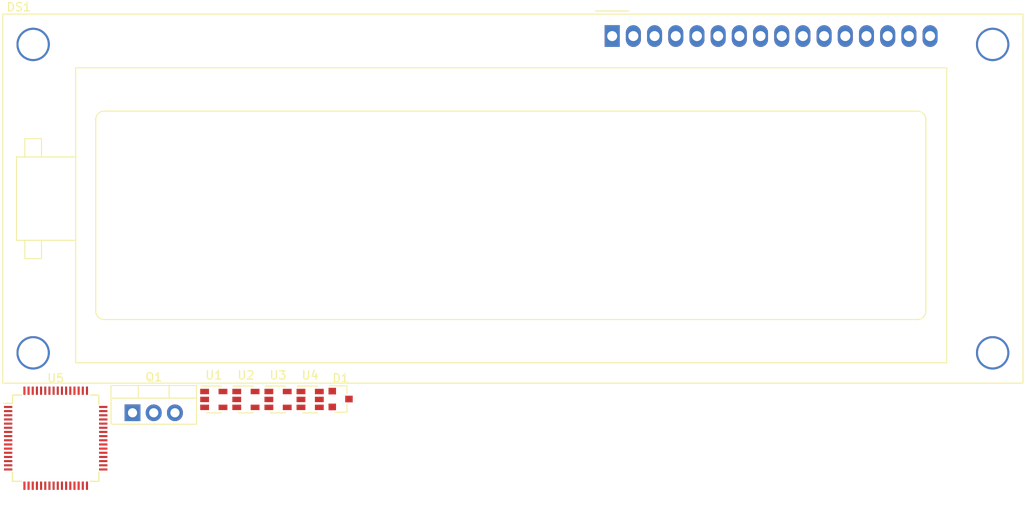
<source format=kicad_pcb>
(kicad_pcb (version 20171130) (host pcbnew 5.0.0-fee4fd1~66~ubuntu16.04.1)

  (general
    (thickness 1.6)
    (drawings 0)
    (tracks 0)
    (zones 0)
    (modules 8)
    (nets 7)
  )

  (page A4)
  (layers
    (0 F.Cu signal)
    (31 B.Cu signal)
    (32 B.Adhes user)
    (33 F.Adhes user)
    (34 B.Paste user)
    (35 F.Paste user)
    (36 B.SilkS user)
    (37 F.SilkS user)
    (38 B.Mask user)
    (39 F.Mask user)
    (40 Dwgs.User user)
    (41 Cmts.User user)
    (42 Eco1.User user)
    (43 Eco2.User user)
    (44 Edge.Cuts user)
    (45 Margin user)
    (46 B.CrtYd user)
    (47 F.CrtYd user)
    (48 B.Fab user)
    (49 F.Fab user)
  )

  (setup
    (last_trace_width 0.25)
    (trace_clearance 0.2)
    (zone_clearance 0.508)
    (zone_45_only no)
    (trace_min 0.2)
    (segment_width 0.2)
    (edge_width 0.15)
    (via_size 0.8)
    (via_drill 0.4)
    (via_min_size 0.4)
    (via_min_drill 0.3)
    (uvia_size 0.3)
    (uvia_drill 0.1)
    (uvias_allowed no)
    (uvia_min_size 0.2)
    (uvia_min_drill 0.1)
    (pcb_text_width 0.3)
    (pcb_text_size 1.5 1.5)
    (mod_edge_width 0.15)
    (mod_text_size 1 1)
    (mod_text_width 0.15)
    (pad_size 1.524 1.524)
    (pad_drill 0.762)
    (pad_to_mask_clearance 0.2)
    (aux_axis_origin 0 0)
    (visible_elements FFFFFF7F)
    (pcbplotparams
      (layerselection 0x010fc_ffffffff)
      (usegerberextensions false)
      (usegerberattributes false)
      (usegerberadvancedattributes false)
      (creategerberjobfile false)
      (excludeedgelayer true)
      (linewidth 0.100000)
      (plotframeref false)
      (viasonmask false)
      (mode 1)
      (useauxorigin false)
      (hpglpennumber 1)
      (hpglpenspeed 20)
      (hpglpendiameter 15.000000)
      (psnegative false)
      (psa4output false)
      (plotreference true)
      (plotvalue true)
      (plotinvisibletext false)
      (padsonsilk false)
      (subtractmaskfromsilk false)
      (outputformat 1)
      (mirror false)
      (drillshape 1)
      (scaleselection 1)
      (outputdirectory ""))
  )

  (net 0 "")
  (net 1 GND)
  (net 2 +3V3)
  (net 3 "Net-(D1-Pad3)")
  (net 4 NMOS_GATE)
  (net 5 "Net-(R13-Pad2)")
  (net 6 V_MEAS)

  (net_class Default "This is the default net class."
    (clearance 0.2)
    (trace_width 0.25)
    (via_dia 0.8)
    (via_drill 0.4)
    (uvia_dia 0.3)
    (uvia_drill 0.1)
    (add_net +3V3)
    (add_net GND)
    (add_net NMOS_GATE)
    (add_net "Net-(D1-Pad3)")
    (add_net "Net-(R13-Pad2)")
    (add_net V_MEAS)
  )

  (module Package_TO_SOT_SMD:SOT-23 (layer F.Cu) (tedit 5A02FF57) (tstamp 5B8EC9BF)
    (at 152.025001 125.305001)
    (descr "SOT-23, Standard")
    (tags SOT-23)
    (path /5B8D9DB8)
    (attr smd)
    (fp_text reference D1 (at 0 -2.5) (layer F.SilkS)
      (effects (font (size 1 1) (thickness 0.15)))
    )
    (fp_text value BAT54S (at 0 2.5) (layer F.Fab)
      (effects (font (size 1 1) (thickness 0.15)))
    )
    (fp_text user %R (at 0 0 90) (layer F.Fab)
      (effects (font (size 0.5 0.5) (thickness 0.075)))
    )
    (fp_line (start -0.7 -0.95) (end -0.7 1.5) (layer F.Fab) (width 0.1))
    (fp_line (start -0.15 -1.52) (end 0.7 -1.52) (layer F.Fab) (width 0.1))
    (fp_line (start -0.7 -0.95) (end -0.15 -1.52) (layer F.Fab) (width 0.1))
    (fp_line (start 0.7 -1.52) (end 0.7 1.52) (layer F.Fab) (width 0.1))
    (fp_line (start -0.7 1.52) (end 0.7 1.52) (layer F.Fab) (width 0.1))
    (fp_line (start 0.76 1.58) (end 0.76 0.65) (layer F.SilkS) (width 0.12))
    (fp_line (start 0.76 -1.58) (end 0.76 -0.65) (layer F.SilkS) (width 0.12))
    (fp_line (start -1.7 -1.75) (end 1.7 -1.75) (layer F.CrtYd) (width 0.05))
    (fp_line (start 1.7 -1.75) (end 1.7 1.75) (layer F.CrtYd) (width 0.05))
    (fp_line (start 1.7 1.75) (end -1.7 1.75) (layer F.CrtYd) (width 0.05))
    (fp_line (start -1.7 1.75) (end -1.7 -1.75) (layer F.CrtYd) (width 0.05))
    (fp_line (start 0.76 -1.58) (end -1.4 -1.58) (layer F.SilkS) (width 0.12))
    (fp_line (start 0.76 1.58) (end -0.7 1.58) (layer F.SilkS) (width 0.12))
    (pad 1 smd rect (at -1 -0.95) (size 0.9 0.8) (layers F.Cu F.Paste F.Mask)
      (net 1 GND))
    (pad 2 smd rect (at -1 0.95) (size 0.9 0.8) (layers F.Cu F.Paste F.Mask)
      (net 2 +3V3))
    (pad 3 smd rect (at 1 0) (size 0.9 0.8) (layers F.Cu F.Paste F.Mask)
      (net 3 "Net-(D1-Pad3)"))
    (model ${KISYS3DMOD}/Package_TO_SOT_SMD.3dshapes/SOT-23.wrl
      (at (xyz 0 0 0))
      (scale (xyz 1 1 1))
      (rotate (xyz 0 0 0))
    )
  )

  (module Display:HY1602E (layer F.Cu) (tedit 5A02FE80) (tstamp 5B8EC9FD)
    (at 184.575001 81.760001)
    (descr http://www.icbank.com/data/ICBShop/board/HY1602E.pdf)
    (tags "LCD 16x2 Alphanumeric 16pin")
    (path /5B89DADF)
    (fp_text reference DS1 (at -71.12 -3.48) (layer F.SilkS)
      (effects (font (size 1 1) (thickness 0.15)))
    )
    (fp_text value HY1602E (at -69.94 42.6) (layer F.Fab)
      (effects (font (size 1 1) (thickness 0.15)))
    )
    (fp_line (start 49.24 41.64) (end -73.04 41.64) (layer F.SilkS) (width 0.12))
    (fp_line (start 49.24 -2.64) (end 49.24 41.64) (layer F.SilkS) (width 0.12))
    (fp_line (start -73.04 -2.64) (end -73.04 41.64) (layer F.SilkS) (width 0.12))
    (fp_line (start -73.04 -2.64) (end 49.24 -2.64) (layer F.SilkS) (width 0.12))
    (fp_line (start -2 -3) (end 2 -3) (layer F.SilkS) (width 0.12))
    (fp_line (start 1 -2.5) (end 0 -1.5) (layer F.Fab) (width 0.1))
    (fp_line (start 0 -1.5) (end -1 -2.5) (layer F.Fab) (width 0.1))
    (fp_line (start -1 -2.5) (end -72.9 -2.5) (layer F.Fab) (width 0.1))
    (fp_line (start -73.15 41.75) (end 49.35 41.75) (layer F.CrtYd) (width 0.05))
    (fp_line (start 49.35 -2.75) (end 49.35 41.75) (layer F.CrtYd) (width 0.05))
    (fp_line (start -73.15 -2.75) (end -73.15 41.75) (layer F.CrtYd) (width 0.05))
    (fp_line (start -73.15 -2.75) (end 49.35 -2.75) (layer F.CrtYd) (width 0.05))
    (fp_text user %R (at -14.01 19.96) (layer F.Fab)
      (effects (font (size 1 1) (thickness 0.15)))
    )
    (fp_line (start -68.4 24.5) (end -68.4 26.7) (layer F.SilkS) (width 0.12))
    (fp_line (start -68.4 26.7) (end -70.4 26.7) (layer F.SilkS) (width 0.12))
    (fp_line (start -70.4 26.7) (end -70.4 24.5) (layer F.SilkS) (width 0.12))
    (fp_line (start -68.4 14.5) (end -68.4 12.3) (layer F.SilkS) (width 0.12))
    (fp_line (start -68.4 12.3) (end -70.4 12.3) (layer F.SilkS) (width 0.12))
    (fp_line (start -70.4 12.3) (end -70.4 14.5) (layer F.SilkS) (width 0.12))
    (fp_line (start -64.3 24.5) (end -71.4 24.5) (layer F.SilkS) (width 0.12))
    (fp_line (start -71.4 24.5) (end -71.4 14.5) (layer F.SilkS) (width 0.12))
    (fp_line (start -71.4 14.5) (end -64.3 14.5) (layer F.SilkS) (width 0.12))
    (fp_line (start 36.6 34) (end -60.9 34) (layer F.SilkS) (width 0.12))
    (fp_line (start 37.6 10) (end 37.6 33) (layer F.SilkS) (width 0.12))
    (fp_line (start -60.9 9) (end 36.6 9) (layer F.SilkS) (width 0.12))
    (fp_line (start -61.9 33) (end -61.9 10) (layer F.SilkS) (width 0.12))
    (fp_arc (start 36.6 33) (end 37.6 33) (angle 90) (layer F.SilkS) (width 0.12))
    (fp_arc (start 36.6 10) (end 36.6 9) (angle 90) (layer F.SilkS) (width 0.12))
    (fp_arc (start -60.9 10) (end -61.9 10) (angle 90) (layer F.SilkS) (width 0.12))
    (fp_arc (start -60.9 33) (end -60.9 34) (angle 90) (layer F.SilkS) (width 0.12))
    (fp_line (start 40.1 39.2) (end -64.3 39.2) (layer F.SilkS) (width 0.12))
    (fp_line (start -64.3 39.2) (end -64.3 3.8) (layer F.SilkS) (width 0.12))
    (fp_line (start -64.3 3.8) (end 40.1 3.8) (layer F.SilkS) (width 0.12))
    (fp_line (start 40.1 3.8) (end 40.1 39.2) (layer F.SilkS) (width 0.12))
    (fp_line (start 49.1 -2.5) (end 1 -2.5) (layer F.Fab) (width 0.1))
    (fp_line (start -72.9 -2.5) (end -72.9 41.5) (layer F.Fab) (width 0.1))
    (fp_line (start -72.9 41.5) (end 49.1 41.5) (layer F.Fab) (width 0.1))
    (fp_line (start 49.1 41.5) (end 49.1 -2.5) (layer F.Fab) (width 0.1))
    (pad 1 thru_hole rect (at 0 0 180) (size 1.8 2.6) (drill 1.2) (layers *.Cu *.Mask))
    (pad 2 thru_hole oval (at 2.54 0 180) (size 1.8 2.6) (drill 1.2) (layers *.Cu *.Mask))
    (pad 3 thru_hole oval (at 5.08 0 180) (size 1.8 2.6) (drill 1.2) (layers *.Cu *.Mask))
    (pad 4 thru_hole oval (at 7.62 0 180) (size 1.8 2.6) (drill 1.2) (layers *.Cu *.Mask))
    (pad 5 thru_hole oval (at 10.16 0 180) (size 1.8 2.6) (drill 1.2) (layers *.Cu *.Mask))
    (pad 6 thru_hole oval (at 12.7 0 180) (size 1.8 2.6) (drill 1.2) (layers *.Cu *.Mask))
    (pad 7 thru_hole oval (at 15.24 0 180) (size 1.8 2.6) (drill 1.2) (layers *.Cu *.Mask))
    (pad 8 thru_hole oval (at 17.78 0 180) (size 1.8 2.6) (drill 1.2) (layers *.Cu *.Mask))
    (pad 9 thru_hole oval (at 20.32 0 180) (size 1.8 2.6) (drill 1.2) (layers *.Cu *.Mask))
    (pad 10 thru_hole oval (at 22.86 0 180) (size 1.8 2.6) (drill 1.2) (layers *.Cu *.Mask))
    (pad 11 thru_hole oval (at 25.4 0 180) (size 1.8 2.6) (drill 1.2) (layers *.Cu *.Mask))
    (pad 12 thru_hole oval (at 27.94 0 180) (size 1.8 2.6) (drill 1.2) (layers *.Cu *.Mask))
    (pad 13 thru_hole oval (at 30.48 0 180) (size 1.8 2.6) (drill 1.2) (layers *.Cu *.Mask))
    (pad 14 thru_hole oval (at 33.02 0 180) (size 1.8 2.6) (drill 1.2) (layers *.Cu *.Mask))
    (pad 15 thru_hole oval (at 35.56 0 180) (size 1.8 2.6) (drill 1.2) (layers *.Cu *.Mask))
    (pad 16 thru_hole oval (at 38.1 0 180) (size 1.8 2.6) (drill 1.2) (layers *.Cu *.Mask))
    (pad "" thru_hole circle (at 45.60062 38.00094 180) (size 4 4) (drill 3.5) (layers *.Cu *.Mask))
    (pad "" thru_hole circle (at 45.60062 1.00076 180) (size 4 4) (drill 3.5) (layers *.Cu *.Mask))
    (pad "" thru_hole circle (at -69.40042 38.00094 180) (size 4 4) (drill 3.5) (layers *.Cu *.Mask))
    (pad "" thru_hole circle (at -69.40042 1.00076 180) (size 4 4) (drill 3.5) (layers *.Cu *.Mask))
    (model ${KISYS3DMOD}/Display.3dshapes/HY1602E.wrl
      (at (xyz 0 0 0))
      (scale (xyz 1 1 1))
      (rotate (xyz 0 0 0))
    )
  )

  (module Package_TO_SOT_THT:TO-220-3_Vertical (layer F.Cu) (tedit 5AC8BA0D) (tstamp 5B8ECA17)
    (at 127.085001 126.955001)
    (descr "TO-220-3, Vertical, RM 2.54mm, see https://www.vishay.com/docs/66542/to-220-1.pdf")
    (tags "TO-220-3 Vertical RM 2.54mm")
    (path /5B8B51EA)
    (fp_text reference Q1 (at 2.54 -4.27) (layer F.SilkS)
      (effects (font (size 1 1) (thickness 0.15)))
    )
    (fp_text value IRLB8721PBF (at 2.54 2.5) (layer F.Fab)
      (effects (font (size 1 1) (thickness 0.15)))
    )
    (fp_line (start -2.46 -3.15) (end -2.46 1.25) (layer F.Fab) (width 0.1))
    (fp_line (start -2.46 1.25) (end 7.54 1.25) (layer F.Fab) (width 0.1))
    (fp_line (start 7.54 1.25) (end 7.54 -3.15) (layer F.Fab) (width 0.1))
    (fp_line (start 7.54 -3.15) (end -2.46 -3.15) (layer F.Fab) (width 0.1))
    (fp_line (start -2.46 -1.88) (end 7.54 -1.88) (layer F.Fab) (width 0.1))
    (fp_line (start 0.69 -3.15) (end 0.69 -1.88) (layer F.Fab) (width 0.1))
    (fp_line (start 4.39 -3.15) (end 4.39 -1.88) (layer F.Fab) (width 0.1))
    (fp_line (start -2.58 -3.27) (end 7.66 -3.27) (layer F.SilkS) (width 0.12))
    (fp_line (start -2.58 1.371) (end 7.66 1.371) (layer F.SilkS) (width 0.12))
    (fp_line (start -2.58 -3.27) (end -2.58 1.371) (layer F.SilkS) (width 0.12))
    (fp_line (start 7.66 -3.27) (end 7.66 1.371) (layer F.SilkS) (width 0.12))
    (fp_line (start -2.58 -1.76) (end 7.66 -1.76) (layer F.SilkS) (width 0.12))
    (fp_line (start 0.69 -3.27) (end 0.69 -1.76) (layer F.SilkS) (width 0.12))
    (fp_line (start 4.391 -3.27) (end 4.391 -1.76) (layer F.SilkS) (width 0.12))
    (fp_line (start -2.71 -3.4) (end -2.71 1.51) (layer F.CrtYd) (width 0.05))
    (fp_line (start -2.71 1.51) (end 7.79 1.51) (layer F.CrtYd) (width 0.05))
    (fp_line (start 7.79 1.51) (end 7.79 -3.4) (layer F.CrtYd) (width 0.05))
    (fp_line (start 7.79 -3.4) (end -2.71 -3.4) (layer F.CrtYd) (width 0.05))
    (fp_text user %R (at 2.54 -4.27) (layer F.Fab)
      (effects (font (size 1 1) (thickness 0.15)))
    )
    (pad 1 thru_hole rect (at 0 0) (size 1.905 2) (drill 1.1) (layers *.Cu *.Mask)
      (net 4 NMOS_GATE))
    (pad 2 thru_hole oval (at 2.54 0) (size 1.905 2) (drill 1.1) (layers *.Cu *.Mask))
    (pad 3 thru_hole oval (at 5.08 0) (size 1.905 2) (drill 1.1) (layers *.Cu *.Mask))
    (model ${KISYS3DMOD}/Package_TO_SOT_THT.3dshapes/TO-220-3_Vertical.wrl
      (at (xyz 0 0 0))
      (scale (xyz 1 1 1))
      (rotate (xyz 0 0 0))
    )
  )

  (module Package_TO_SOT_SMD:SOT-23-5 (layer F.Cu) (tedit 5A02FF57) (tstamp 5B8ECA2C)
    (at 136.825001 125.355001)
    (descr "5-pin SOT23 package")
    (tags SOT-23-5)
    (path /5B8B3BA0)
    (attr smd)
    (fp_text reference U1 (at 0 -2.9) (layer F.SilkS)
      (effects (font (size 1 1) (thickness 0.15)))
    )
    (fp_text value LMV321IDBVR (at 0 2.9) (layer F.Fab)
      (effects (font (size 1 1) (thickness 0.15)))
    )
    (fp_line (start 0.9 -1.55) (end 0.9 1.55) (layer F.Fab) (width 0.1))
    (fp_line (start 0.9 1.55) (end -0.9 1.55) (layer F.Fab) (width 0.1))
    (fp_line (start -0.9 -0.9) (end -0.9 1.55) (layer F.Fab) (width 0.1))
    (fp_line (start 0.9 -1.55) (end -0.25 -1.55) (layer F.Fab) (width 0.1))
    (fp_line (start -0.9 -0.9) (end -0.25 -1.55) (layer F.Fab) (width 0.1))
    (fp_line (start -1.9 1.8) (end -1.9 -1.8) (layer F.CrtYd) (width 0.05))
    (fp_line (start 1.9 1.8) (end -1.9 1.8) (layer F.CrtYd) (width 0.05))
    (fp_line (start 1.9 -1.8) (end 1.9 1.8) (layer F.CrtYd) (width 0.05))
    (fp_line (start -1.9 -1.8) (end 1.9 -1.8) (layer F.CrtYd) (width 0.05))
    (fp_line (start 0.9 -1.61) (end -1.55 -1.61) (layer F.SilkS) (width 0.12))
    (fp_line (start -0.9 1.61) (end 0.9 1.61) (layer F.SilkS) (width 0.12))
    (fp_text user %R (at 0 0 90) (layer F.Fab)
      (effects (font (size 0.5 0.5) (thickness 0.075)))
    )
    (pad 5 smd rect (at 1.1 -0.95) (size 1.06 0.65) (layers F.Cu F.Paste F.Mask)
      (net 2 +3V3))
    (pad 4 smd rect (at 1.1 0.95) (size 1.06 0.65) (layers F.Cu F.Paste F.Mask)
      (net 4 NMOS_GATE))
    (pad 3 smd rect (at -1.1 0.95) (size 1.06 0.65) (layers F.Cu F.Paste F.Mask)
      (net 4 NMOS_GATE))
    (pad 2 smd rect (at -1.1 0) (size 1.06 0.65) (layers F.Cu F.Paste F.Mask)
      (net 1 GND))
    (pad 1 smd rect (at -1.1 -0.95) (size 1.06 0.65) (layers F.Cu F.Paste F.Mask))
    (model ${KISYS3DMOD}/Package_TO_SOT_SMD.3dshapes/SOT-23-5.wrl
      (at (xyz 0 0 0))
      (scale (xyz 1 1 1))
      (rotate (xyz 0 0 0))
    )
  )

  (module Package_TO_SOT_SMD:SOT-23-5 (layer F.Cu) (tedit 5A02FF57) (tstamp 5B8ECA41)
    (at 140.675001 125.355001)
    (descr "5-pin SOT23 package")
    (tags SOT-23-5)
    (path /5B8C9FC4)
    (attr smd)
    (fp_text reference U2 (at 0 -2.9) (layer F.SilkS)
      (effects (font (size 1 1) (thickness 0.15)))
    )
    (fp_text value LMV321IDBVR (at 0 2.9) (layer F.Fab)
      (effects (font (size 1 1) (thickness 0.15)))
    )
    (fp_text user %R (at 0 0 90) (layer F.Fab)
      (effects (font (size 0.5 0.5) (thickness 0.075)))
    )
    (fp_line (start -0.9 1.61) (end 0.9 1.61) (layer F.SilkS) (width 0.12))
    (fp_line (start 0.9 -1.61) (end -1.55 -1.61) (layer F.SilkS) (width 0.12))
    (fp_line (start -1.9 -1.8) (end 1.9 -1.8) (layer F.CrtYd) (width 0.05))
    (fp_line (start 1.9 -1.8) (end 1.9 1.8) (layer F.CrtYd) (width 0.05))
    (fp_line (start 1.9 1.8) (end -1.9 1.8) (layer F.CrtYd) (width 0.05))
    (fp_line (start -1.9 1.8) (end -1.9 -1.8) (layer F.CrtYd) (width 0.05))
    (fp_line (start -0.9 -0.9) (end -0.25 -1.55) (layer F.Fab) (width 0.1))
    (fp_line (start 0.9 -1.55) (end -0.25 -1.55) (layer F.Fab) (width 0.1))
    (fp_line (start -0.9 -0.9) (end -0.9 1.55) (layer F.Fab) (width 0.1))
    (fp_line (start 0.9 1.55) (end -0.9 1.55) (layer F.Fab) (width 0.1))
    (fp_line (start 0.9 -1.55) (end 0.9 1.55) (layer F.Fab) (width 0.1))
    (pad 1 smd rect (at -1.1 -0.95) (size 1.06 0.65) (layers F.Cu F.Paste F.Mask))
    (pad 2 smd rect (at -1.1 0) (size 1.06 0.65) (layers F.Cu F.Paste F.Mask)
      (net 1 GND))
    (pad 3 smd rect (at -1.1 0.95) (size 1.06 0.65) (layers F.Cu F.Paste F.Mask))
    (pad 4 smd rect (at 1.1 0.95) (size 1.06 0.65) (layers F.Cu F.Paste F.Mask)
      (net 5 "Net-(R13-Pad2)"))
    (pad 5 smd rect (at 1.1 -0.95) (size 1.06 0.65) (layers F.Cu F.Paste F.Mask)
      (net 2 +3V3))
    (model ${KISYS3DMOD}/Package_TO_SOT_SMD.3dshapes/SOT-23-5.wrl
      (at (xyz 0 0 0))
      (scale (xyz 1 1 1))
      (rotate (xyz 0 0 0))
    )
  )

  (module Package_TO_SOT_SMD:SOT-23-5 (layer F.Cu) (tedit 5A02FF57) (tstamp 5B8ECA56)
    (at 144.525001 125.355001)
    (descr "5-pin SOT23 package")
    (tags SOT-23-5)
    (path /5B8FF71F)
    (attr smd)
    (fp_text reference U3 (at 0 -2.9) (layer F.SilkS)
      (effects (font (size 1 1) (thickness 0.15)))
    )
    (fp_text value LMV321IDBVR (at 0 2.9) (layer F.Fab)
      (effects (font (size 1 1) (thickness 0.15)))
    )
    (fp_text user %R (at 0 0 90) (layer F.Fab)
      (effects (font (size 0.5 0.5) (thickness 0.075)))
    )
    (fp_line (start -0.9 1.61) (end 0.9 1.61) (layer F.SilkS) (width 0.12))
    (fp_line (start 0.9 -1.61) (end -1.55 -1.61) (layer F.SilkS) (width 0.12))
    (fp_line (start -1.9 -1.8) (end 1.9 -1.8) (layer F.CrtYd) (width 0.05))
    (fp_line (start 1.9 -1.8) (end 1.9 1.8) (layer F.CrtYd) (width 0.05))
    (fp_line (start 1.9 1.8) (end -1.9 1.8) (layer F.CrtYd) (width 0.05))
    (fp_line (start -1.9 1.8) (end -1.9 -1.8) (layer F.CrtYd) (width 0.05))
    (fp_line (start -0.9 -0.9) (end -0.25 -1.55) (layer F.Fab) (width 0.1))
    (fp_line (start 0.9 -1.55) (end -0.25 -1.55) (layer F.Fab) (width 0.1))
    (fp_line (start -0.9 -0.9) (end -0.9 1.55) (layer F.Fab) (width 0.1))
    (fp_line (start 0.9 1.55) (end -0.9 1.55) (layer F.Fab) (width 0.1))
    (fp_line (start 0.9 -1.55) (end 0.9 1.55) (layer F.Fab) (width 0.1))
    (pad 1 smd rect (at -1.1 -0.95) (size 1.06 0.65) (layers F.Cu F.Paste F.Mask)
      (net 3 "Net-(D1-Pad3)"))
    (pad 2 smd rect (at -1.1 0) (size 1.06 0.65) (layers F.Cu F.Paste F.Mask)
      (net 1 GND))
    (pad 3 smd rect (at -1.1 0.95) (size 1.06 0.65) (layers F.Cu F.Paste F.Mask)
      (net 6 V_MEAS))
    (pad 4 smd rect (at 1.1 0.95) (size 1.06 0.65) (layers F.Cu F.Paste F.Mask)
      (net 6 V_MEAS))
    (pad 5 smd rect (at 1.1 -0.95) (size 1.06 0.65) (layers F.Cu F.Paste F.Mask)
      (net 2 +3V3))
    (model ${KISYS3DMOD}/Package_TO_SOT_SMD.3dshapes/SOT-23-5.wrl
      (at (xyz 0 0 0))
      (scale (xyz 1 1 1))
      (rotate (xyz 0 0 0))
    )
  )

  (module Package_TO_SOT_SMD:SOT-23-6 (layer F.Cu) (tedit 5A02FF57) (tstamp 5B8ECA6C)
    (at 148.375001 125.355001)
    (descr "6-pin SOT-23 package")
    (tags SOT-23-6)
    (path /5B8AB5E6)
    (attr smd)
    (fp_text reference U4 (at 0 -2.9) (layer F.SilkS)
      (effects (font (size 1 1) (thickness 0.15)))
    )
    (fp_text value MCP3421A1T-ECH (at 0 2.9) (layer F.Fab)
      (effects (font (size 1 1) (thickness 0.15)))
    )
    (fp_text user %R (at 0 0 90) (layer F.Fab)
      (effects (font (size 0.5 0.5) (thickness 0.075)))
    )
    (fp_line (start -0.9 1.61) (end 0.9 1.61) (layer F.SilkS) (width 0.12))
    (fp_line (start 0.9 -1.61) (end -1.55 -1.61) (layer F.SilkS) (width 0.12))
    (fp_line (start 1.9 -1.8) (end -1.9 -1.8) (layer F.CrtYd) (width 0.05))
    (fp_line (start 1.9 1.8) (end 1.9 -1.8) (layer F.CrtYd) (width 0.05))
    (fp_line (start -1.9 1.8) (end 1.9 1.8) (layer F.CrtYd) (width 0.05))
    (fp_line (start -1.9 -1.8) (end -1.9 1.8) (layer F.CrtYd) (width 0.05))
    (fp_line (start -0.9 -0.9) (end -0.25 -1.55) (layer F.Fab) (width 0.1))
    (fp_line (start 0.9 -1.55) (end -0.25 -1.55) (layer F.Fab) (width 0.1))
    (fp_line (start -0.9 -0.9) (end -0.9 1.55) (layer F.Fab) (width 0.1))
    (fp_line (start 0.9 1.55) (end -0.9 1.55) (layer F.Fab) (width 0.1))
    (fp_line (start 0.9 -1.55) (end 0.9 1.55) (layer F.Fab) (width 0.1))
    (pad 1 smd rect (at -1.1 -0.95) (size 1.06 0.65) (layers F.Cu F.Paste F.Mask)
      (net 5 "Net-(R13-Pad2)"))
    (pad 2 smd rect (at -1.1 0) (size 1.06 0.65) (layers F.Cu F.Paste F.Mask)
      (net 1 GND))
    (pad 3 smd rect (at -1.1 0.95) (size 1.06 0.65) (layers F.Cu F.Paste F.Mask))
    (pad 4 smd rect (at 1.1 0.95) (size 1.06 0.65) (layers F.Cu F.Paste F.Mask))
    (pad 6 smd rect (at 1.1 -0.95) (size 1.06 0.65) (layers F.Cu F.Paste F.Mask)
      (net 1 GND))
    (pad 5 smd rect (at 1.1 0) (size 1.06 0.65) (layers F.Cu F.Paste F.Mask)
      (net 2 +3V3))
    (model ${KISYS3DMOD}/Package_TO_SOT_SMD.3dshapes/SOT-23-6.wrl
      (at (xyz 0 0 0))
      (scale (xyz 1 1 1))
      (rotate (xyz 0 0 0))
    )
  )

  (module Package_QFP:LQFP-64_10x10mm_P0.5mm (layer F.Cu) (tedit 5A02F146) (tstamp 5B8ECAC3)
    (at 117.875001 130.005001)
    (descr "64 LEAD LQFP 10x10mm (see MICREL LQFP10x10-64LD-PL-1.pdf)")
    (tags "QFP 0.5")
    (path /5B89D82F)
    (attr smd)
    (fp_text reference U5 (at 0 -7.2) (layer F.SilkS)
      (effects (font (size 1 1) (thickness 0.15)))
    )
    (fp_text value STM32F030R8Tx (at 0 7.2) (layer F.Fab)
      (effects (font (size 1 1) (thickness 0.15)))
    )
    (fp_text user %R (at 0 0) (layer F.Fab)
      (effects (font (size 1 1) (thickness 0.15)))
    )
    (fp_line (start -4 -5) (end 5 -5) (layer F.Fab) (width 0.15))
    (fp_line (start 5 -5) (end 5 5) (layer F.Fab) (width 0.15))
    (fp_line (start 5 5) (end -5 5) (layer F.Fab) (width 0.15))
    (fp_line (start -5 5) (end -5 -4) (layer F.Fab) (width 0.15))
    (fp_line (start -5 -4) (end -4 -5) (layer F.Fab) (width 0.15))
    (fp_line (start -6.45 -6.45) (end -6.45 6.45) (layer F.CrtYd) (width 0.05))
    (fp_line (start 6.45 -6.45) (end 6.45 6.45) (layer F.CrtYd) (width 0.05))
    (fp_line (start -6.45 -6.45) (end 6.45 -6.45) (layer F.CrtYd) (width 0.05))
    (fp_line (start -6.45 6.45) (end 6.45 6.45) (layer F.CrtYd) (width 0.05))
    (fp_line (start -5.175 -5.175) (end -5.175 -4.175) (layer F.SilkS) (width 0.15))
    (fp_line (start 5.175 -5.175) (end 5.175 -4.1) (layer F.SilkS) (width 0.15))
    (fp_line (start 5.175 5.175) (end 5.175 4.1) (layer F.SilkS) (width 0.15))
    (fp_line (start -5.175 5.175) (end -5.175 4.1) (layer F.SilkS) (width 0.15))
    (fp_line (start -5.175 -5.175) (end -4.1 -5.175) (layer F.SilkS) (width 0.15))
    (fp_line (start -5.175 5.175) (end -4.1 5.175) (layer F.SilkS) (width 0.15))
    (fp_line (start 5.175 5.175) (end 4.1 5.175) (layer F.SilkS) (width 0.15))
    (fp_line (start 5.175 -5.175) (end 4.1 -5.175) (layer F.SilkS) (width 0.15))
    (fp_line (start -5.175 -4.175) (end -6.2 -4.175) (layer F.SilkS) (width 0.15))
    (pad 1 smd rect (at -5.7 -3.75) (size 1 0.25) (layers F.Cu F.Paste F.Mask))
    (pad 2 smd rect (at -5.7 -3.25) (size 1 0.25) (layers F.Cu F.Paste F.Mask))
    (pad 3 smd rect (at -5.7 -2.75) (size 1 0.25) (layers F.Cu F.Paste F.Mask))
    (pad 4 smd rect (at -5.7 -2.25) (size 1 0.25) (layers F.Cu F.Paste F.Mask))
    (pad 5 smd rect (at -5.7 -1.75) (size 1 0.25) (layers F.Cu F.Paste F.Mask))
    (pad 6 smd rect (at -5.7 -1.25) (size 1 0.25) (layers F.Cu F.Paste F.Mask))
    (pad 7 smd rect (at -5.7 -0.75) (size 1 0.25) (layers F.Cu F.Paste F.Mask))
    (pad 8 smd rect (at -5.7 -0.25) (size 1 0.25) (layers F.Cu F.Paste F.Mask))
    (pad 9 smd rect (at -5.7 0.25) (size 1 0.25) (layers F.Cu F.Paste F.Mask))
    (pad 10 smd rect (at -5.7 0.75) (size 1 0.25) (layers F.Cu F.Paste F.Mask))
    (pad 11 smd rect (at -5.7 1.25) (size 1 0.25) (layers F.Cu F.Paste F.Mask))
    (pad 12 smd rect (at -5.7 1.75) (size 1 0.25) (layers F.Cu F.Paste F.Mask))
    (pad 13 smd rect (at -5.7 2.25) (size 1 0.25) (layers F.Cu F.Paste F.Mask))
    (pad 14 smd rect (at -5.7 2.75) (size 1 0.25) (layers F.Cu F.Paste F.Mask))
    (pad 15 smd rect (at -5.7 3.25) (size 1 0.25) (layers F.Cu F.Paste F.Mask))
    (pad 16 smd rect (at -5.7 3.75) (size 1 0.25) (layers F.Cu F.Paste F.Mask))
    (pad 17 smd rect (at -3.75 5.7 90) (size 1 0.25) (layers F.Cu F.Paste F.Mask))
    (pad 18 smd rect (at -3.25 5.7 90) (size 1 0.25) (layers F.Cu F.Paste F.Mask))
    (pad 19 smd rect (at -2.75 5.7 90) (size 1 0.25) (layers F.Cu F.Paste F.Mask))
    (pad 20 smd rect (at -2.25 5.7 90) (size 1 0.25) (layers F.Cu F.Paste F.Mask))
    (pad 21 smd rect (at -1.75 5.7 90) (size 1 0.25) (layers F.Cu F.Paste F.Mask))
    (pad 22 smd rect (at -1.25 5.7 90) (size 1 0.25) (layers F.Cu F.Paste F.Mask))
    (pad 23 smd rect (at -0.75 5.7 90) (size 1 0.25) (layers F.Cu F.Paste F.Mask))
    (pad 24 smd rect (at -0.25 5.7 90) (size 1 0.25) (layers F.Cu F.Paste F.Mask))
    (pad 25 smd rect (at 0.25 5.7 90) (size 1 0.25) (layers F.Cu F.Paste F.Mask))
    (pad 26 smd rect (at 0.75 5.7 90) (size 1 0.25) (layers F.Cu F.Paste F.Mask))
    (pad 27 smd rect (at 1.25 5.7 90) (size 1 0.25) (layers F.Cu F.Paste F.Mask))
    (pad 28 smd rect (at 1.75 5.7 90) (size 1 0.25) (layers F.Cu F.Paste F.Mask))
    (pad 29 smd rect (at 2.25 5.7 90) (size 1 0.25) (layers F.Cu F.Paste F.Mask))
    (pad 30 smd rect (at 2.75 5.7 90) (size 1 0.25) (layers F.Cu F.Paste F.Mask))
    (pad 31 smd rect (at 3.25 5.7 90) (size 1 0.25) (layers F.Cu F.Paste F.Mask))
    (pad 32 smd rect (at 3.75 5.7 90) (size 1 0.25) (layers F.Cu F.Paste F.Mask))
    (pad 33 smd rect (at 5.7 3.75) (size 1 0.25) (layers F.Cu F.Paste F.Mask))
    (pad 34 smd rect (at 5.7 3.25) (size 1 0.25) (layers F.Cu F.Paste F.Mask))
    (pad 35 smd rect (at 5.7 2.75) (size 1 0.25) (layers F.Cu F.Paste F.Mask))
    (pad 36 smd rect (at 5.7 2.25) (size 1 0.25) (layers F.Cu F.Paste F.Mask))
    (pad 37 smd rect (at 5.7 1.75) (size 1 0.25) (layers F.Cu F.Paste F.Mask))
    (pad 38 smd rect (at 5.7 1.25) (size 1 0.25) (layers F.Cu F.Paste F.Mask))
    (pad 39 smd rect (at 5.7 0.75) (size 1 0.25) (layers F.Cu F.Paste F.Mask))
    (pad 40 smd rect (at 5.7 0.25) (size 1 0.25) (layers F.Cu F.Paste F.Mask))
    (pad 41 smd rect (at 5.7 -0.25) (size 1 0.25) (layers F.Cu F.Paste F.Mask))
    (pad 42 smd rect (at 5.7 -0.75) (size 1 0.25) (layers F.Cu F.Paste F.Mask))
    (pad 43 smd rect (at 5.7 -1.25) (size 1 0.25) (layers F.Cu F.Paste F.Mask))
    (pad 44 smd rect (at 5.7 -1.75) (size 1 0.25) (layers F.Cu F.Paste F.Mask))
    (pad 45 smd rect (at 5.7 -2.25) (size 1 0.25) (layers F.Cu F.Paste F.Mask))
    (pad 46 smd rect (at 5.7 -2.75) (size 1 0.25) (layers F.Cu F.Paste F.Mask))
    (pad 47 smd rect (at 5.7 -3.25) (size 1 0.25) (layers F.Cu F.Paste F.Mask))
    (pad 48 smd rect (at 5.7 -3.75) (size 1 0.25) (layers F.Cu F.Paste F.Mask))
    (pad 49 smd rect (at 3.75 -5.7 90) (size 1 0.25) (layers F.Cu F.Paste F.Mask))
    (pad 50 smd rect (at 3.25 -5.7 90) (size 1 0.25) (layers F.Cu F.Paste F.Mask))
    (pad 51 smd rect (at 2.75 -5.7 90) (size 1 0.25) (layers F.Cu F.Paste F.Mask))
    (pad 52 smd rect (at 2.25 -5.7 90) (size 1 0.25) (layers F.Cu F.Paste F.Mask))
    (pad 53 smd rect (at 1.75 -5.7 90) (size 1 0.25) (layers F.Cu F.Paste F.Mask))
    (pad 54 smd rect (at 1.25 -5.7 90) (size 1 0.25) (layers F.Cu F.Paste F.Mask))
    (pad 55 smd rect (at 0.75 -5.7 90) (size 1 0.25) (layers F.Cu F.Paste F.Mask))
    (pad 56 smd rect (at 0.25 -5.7 90) (size 1 0.25) (layers F.Cu F.Paste F.Mask))
    (pad 57 smd rect (at -0.25 -5.7 90) (size 1 0.25) (layers F.Cu F.Paste F.Mask))
    (pad 58 smd rect (at -0.75 -5.7 90) (size 1 0.25) (layers F.Cu F.Paste F.Mask))
    (pad 59 smd rect (at -1.25 -5.7 90) (size 1 0.25) (layers F.Cu F.Paste F.Mask))
    (pad 60 smd rect (at -1.75 -5.7 90) (size 1 0.25) (layers F.Cu F.Paste F.Mask))
    (pad 61 smd rect (at -2.25 -5.7 90) (size 1 0.25) (layers F.Cu F.Paste F.Mask))
    (pad 62 smd rect (at -2.75 -5.7 90) (size 1 0.25) (layers F.Cu F.Paste F.Mask))
    (pad 63 smd rect (at -3.25 -5.7 90) (size 1 0.25) (layers F.Cu F.Paste F.Mask))
    (pad 64 smd rect (at -3.75 -5.7 90) (size 1 0.25) (layers F.Cu F.Paste F.Mask))
    (model ${KISYS3DMOD}/Package_QFP.3dshapes/LQFP-64_10x10mm_P0.5mm.wrl
      (at (xyz 0 0 0))
      (scale (xyz 1 1 1))
      (rotate (xyz 0 0 0))
    )
  )

)

</source>
